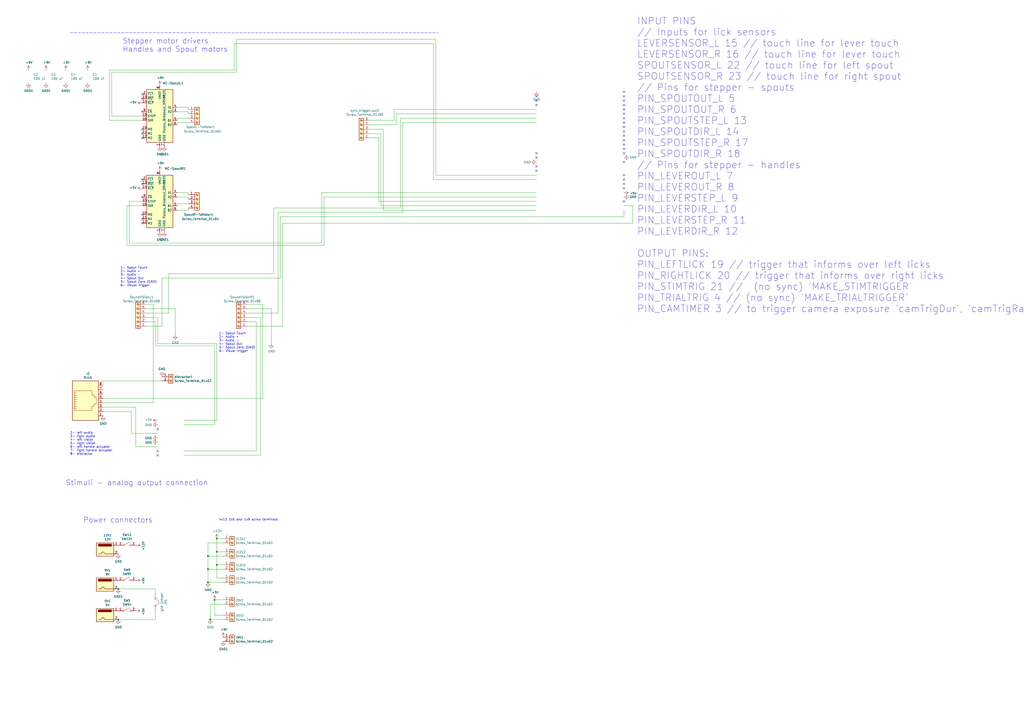
<source format=kicad_sch>
(kicad_sch (version 20231120) (generator "eeschema") (generator_version "8.0")
  (paper "A2")
  (lib_symbols
    (symbol "Connector:Barrel_Jack" (pin_names (offset 1.016))
      (property "Reference" "J" (at 0 5.334 0))
      (property "Value" "Barrel_Jack" (at 0 -5.08 0))
      (symbol "Barrel_Jack_0_1"
        (rectangle (start -5.08 3.81) (end 5.08 -3.81) (stroke (width 0.254)) (fill (type background)))
        (arc (start -3.302 3.175) (mid -3.9343 2.54) (end -3.302 1.905) (stroke (width 0.254)))
        (arc (start -3.302 3.175) (mid -3.9343 2.54) (end -3.302 1.905) (stroke (width 0.254)) (fill (type outline)))
        (polyline (pts (xy 5.08 2.54) (xy 3.81 2.54)) (stroke (width 0.254)))
        (polyline (pts (xy -3.81 -2.54) (xy -2.54 -2.54) (xy -1.27 -1.27) (xy 0 -2.54) (xy 2.54 -2.54) (xy 5.08 -2.54)) (stroke (width 0.254)))
        (rectangle (start 3.683 3.175) (end -3.302 1.905) (stroke (width 0.254)) (fill (type outline)))
      )
      (symbol "Barrel_Jack_1_1"
        (pin passive line (at 7.62 2.54 180) (length 2.54) (name "~") (number "1"))
        (pin passive line (at 7.62 -2.54 180) (length 2.54) (name "~") (number "2"))
      )
    )
    (symbol "Connector:RJ45" (pin_names (offset 1.016))
      (property "Reference" "J" (at -5.08 13.97 0))
      (property "Value" "RJ45" (at 2.54 13.97 0))
      (symbol "RJ45_0_1"
        (polyline (pts (xy -5.08 4.445) (xy -6.35 4.445)))
        (polyline (pts (xy -5.08 5.715) (xy -6.35 5.715)))
        (polyline (pts (xy -6.35 -3.175) (xy -5.08 -3.175) (xy -5.08 -3.175)))
        (polyline (pts (xy -6.35 -1.905) (xy -5.08 -1.905) (xy -5.08 -1.905)))
        (polyline (pts (xy -6.35 -0.635) (xy -5.08 -0.635) (xy -5.08 -0.635)))
        (polyline (pts (xy -6.35 0.635) (xy -5.08 0.635) (xy -5.08 0.635)))
        (polyline (pts (xy -6.35 1.905) (xy -5.08 1.905) (xy -5.08 1.905)))
        (polyline (pts (xy -5.08 3.175) (xy -6.35 3.175) (xy -6.35 3.175)))
        (polyline (pts (xy -6.35 -4.445) (xy -6.35 6.985) (xy 3.81 6.985) (xy 3.81 4.445) (xy 5.08 4.445) (xy 5.08 3.175) (xy 6.35 3.175) (xy 6.35 -0.635) (xy 5.08 -0.635) (xy 5.08 -1.905) (xy 3.81 -1.905) (xy 3.81 -4.445) (xy -6.35 -4.445) (xy -6.35 -4.445)))
        (rectangle (start 7.62 12.7) (end -7.62 -10.16) (stroke (width 0.254)) (fill (type background)))
      )
      (symbol "RJ45_1_1"
        (pin passive line (at 10.16 -7.62 180) (length 2.54) (name "~") (number "1"))
        (pin passive line (at 10.16 -5.08 180) (length 2.54) (name "~") (number "2"))
        (pin passive line (at 10.16 -2.54 180) (length 2.54) (name "~") (number "3"))
        (pin passive line (at 10.16 0 180) (length 2.54) (name "~") (number "4"))
        (pin passive line (at 10.16 2.54 180) (length 2.54) (name "~") (number "5"))
        (pin passive line (at 10.16 5.08 180) (length 2.54) (name "~") (number "6"))
        (pin passive line (at 10.16 7.62 180) (length 2.54) (name "~") (number "7"))
        (pin passive line (at 10.16 10.16 180) (length 2.54) (name "~") (number "8"))
      )
    )
    (symbol "Connector:Screw_Terminal_01x02" (pin_names (offset 1.016) hide)
      (property "Reference" "J" (at 0 2.54 0))
      (property "Value" "Screw_Terminal_01x02" (at 0 -5.08 0))
      (symbol "Screw_Terminal_01x02_1_1"
        (rectangle (start -1.27 1.27) (end 1.27 -3.81) (stroke (width 0.254)) (fill (type background)))
        (circle (center 0 -2.54) (radius 0.635) (stroke (width 0.1524)))
        (polyline (pts (xy -0.5334 -2.2098) (xy 0.3302 -3.048)) (stroke (width 0.1524)))
        (polyline (pts (xy -0.5334 0.3302) (xy 0.3302 -0.508)) (stroke (width 0.1524)))
        (polyline (pts (xy -0.3556 -2.032) (xy 0.508 -2.8702)) (stroke (width 0.1524)))
        (polyline (pts (xy -0.3556 0.508) (xy 0.508 -0.3302)) (stroke (width 0.1524)))
        (circle (center 0 0) (radius 0.635) (stroke (width 0.1524)))
        (pin passive line (at -5.08 0 0) (length 3.81) (name "Pin_1") (number "1"))
        (pin passive line (at -5.08 -2.54 0) (length 3.81) (name "Pin_2") (number "2"))
      )
    )
    (symbol "Connector:Screw_Terminal_01x04" (pin_names (offset 1.016) hide)
      (property "Reference" "J" (at 0 5.08 0))
      (property "Value" "Screw_Terminal_01x04" (at 0 -7.62 0))
      (symbol "Screw_Terminal_01x04_1_1"
        (rectangle (start -1.27 3.81) (end 1.27 -6.35) (stroke (width 0.254)) (fill (type background)))
        (circle (center 0 -5.08) (radius 0.635) (stroke (width 0.1524)))
        (circle (center 0 -2.54) (radius 0.635) (stroke (width 0.1524)))
        (polyline (pts (xy -0.5334 -4.7498) (xy 0.3302 -5.588)) (stroke (width 0.1524)))
        (polyline (pts (xy -0.5334 -2.2098) (xy 0.3302 -3.048)) (stroke (width 0.1524)))
        (polyline (pts (xy -0.5334 0.3302) (xy 0.3302 -0.508)) (stroke (width 0.1524)))
        (polyline (pts (xy -0.5334 2.8702) (xy 0.3302 2.032)) (stroke (width 0.1524)))
        (polyline (pts (xy -0.3556 -4.572) (xy 0.508 -5.4102)) (stroke (width 0.1524)))
        (polyline (pts (xy -0.3556 -2.032) (xy 0.508 -2.8702)) (stroke (width 0.1524)))
        (polyline (pts (xy -0.3556 0.508) (xy 0.508 -0.3302)) (stroke (width 0.1524)))
        (polyline (pts (xy -0.3556 3.048) (xy 0.508 2.2098)) (stroke (width 0.1524)))
        (circle (center 0 0) (radius 0.635) (stroke (width 0.1524)))
        (circle (center 0 2.54) (radius 0.635) (stroke (width 0.1524)))
        (pin passive line (at -5.08 2.54 0) (length 3.81) (name "Pin_1") (number "1"))
        (pin passive line (at -5.08 0 0) (length 3.81) (name "Pin_2") (number "2"))
        (pin passive line (at -5.08 -2.54 0) (length 3.81) (name "Pin_3") (number "3"))
        (pin passive line (at -5.08 -5.08 0) (length 3.81) (name "Pin_4") (number "4"))
      )
    )
    (symbol "Connector:Screw_Terminal_01x05" (pin_names (offset 1.016) hide)
      (property "Reference" "J" (at 0 7.62 0))
      (property "Value" "Screw_Terminal_01x05" (at 0 -7.62 0))
      (symbol "Screw_Terminal_01x05_1_1"
        (rectangle (start -1.27 6.35) (end 1.27 -6.35) (stroke (width 0.254)) (fill (type background)))
        (circle (center 0 -5.08) (radius 0.635) (stroke (width 0.1524)))
        (circle (center 0 -2.54) (radius 0.635) (stroke (width 0.1524)))
        (polyline (pts (xy -0.5334 -4.7498) (xy 0.3302 -5.588)) (stroke (width 0.1524)))
        (polyline (pts (xy -0.5334 -2.2098) (xy 0.3302 -3.048)) (stroke (width 0.1524)))
        (polyline (pts (xy -0.5334 0.3302) (xy 0.3302 -0.508)) (stroke (width 0.1524)))
        (polyline (pts (xy -0.5334 2.8702) (xy 0.3302 2.032)) (stroke (width 0.1524)))
        (polyline (pts (xy -0.5334 5.4102) (xy 0.3302 4.572)) (stroke (width 0.1524)))
        (polyline (pts (xy -0.3556 -4.572) (xy 0.508 -5.4102)) (stroke (width 0.1524)))
        (polyline (pts (xy -0.3556 -2.032) (xy 0.508 -2.8702)) (stroke (width 0.1524)))
        (polyline (pts (xy -0.3556 0.508) (xy 0.508 -0.3302)) (stroke (width 0.1524)))
        (polyline (pts (xy -0.3556 3.048) (xy 0.508 2.2098)) (stroke (width 0.1524)))
        (polyline (pts (xy -0.3556 5.588) (xy 0.508 4.7498)) (stroke (width 0.1524)))
        (circle (center 0 0) (radius 0.635) (stroke (width 0.1524)))
        (circle (center 0 2.54) (radius 0.635) (stroke (width 0.1524)))
        (circle (center 0 5.08) (radius 0.635) (stroke (width 0.1524)))
        (pin passive line (at -5.08 5.08 0) (length 3.81) (name "Pin_1") (number "1"))
        (pin passive line (at -5.08 2.54 0) (length 3.81) (name "Pin_2") (number "2"))
        (pin passive line (at -5.08 0 0) (length 3.81) (name "Pin_3") (number "3"))
        (pin passive line (at -5.08 -2.54 0) (length 3.81) (name "Pin_4") (number "4"))
        (pin passive line (at -5.08 -5.08 0) (length 3.81) (name "Pin_5") (number "5"))
      )
    )
    (symbol "Connector:Screw_Terminal_01x06" (pin_names (offset 1.016) hide)
      (property "Reference" "J" (at 0 7.62 0))
      (property "Value" "Screw_Terminal_01x06" (at 0 -10.16 0))
      (symbol "Screw_Terminal_01x06_1_1"
        (rectangle (start -1.27 6.35) (end 1.27 -8.89) (stroke (width 0.254)) (fill (type background)))
        (circle (center 0 -7.62) (radius 0.635) (stroke (width 0.1524)))
        (circle (center 0 -5.08) (radius 0.635) (stroke (width 0.1524)))
        (circle (center 0 -2.54) (radius 0.635) (stroke (width 0.1524)))
        (polyline (pts (xy -0.5334 -7.2898) (xy 0.3302 -8.128)) (stroke (width 0.1524)))
        (polyline (pts (xy -0.5334 -4.7498) (xy 0.3302 -5.588)) (stroke (width 0.1524)))
        (polyline (pts (xy -0.5334 -2.2098) (xy 0.3302 -3.048)) (stroke (width 0.1524)))
        (polyline (pts (xy -0.5334 0.3302) (xy 0.3302 -0.508)) (stroke (width 0.1524)))
        (polyline (pts (xy -0.5334 2.8702) (xy 0.3302 2.032)) (stroke (width 0.1524)))
        (polyline (pts (xy -0.5334 5.4102) (xy 0.3302 4.572)) (stroke (width 0.1524)))
        (polyline (pts (xy -0.3556 -7.112) (xy 0.508 -7.9502)) (stroke (width 0.1524)))
        (polyline (pts (xy -0.3556 -4.572) (xy 0.508 -5.4102)) (stroke (width 0.1524)))
        (polyline (pts (xy -0.3556 -2.032) (xy 0.508 -2.8702)) (stroke (width 0.1524)))
        (polyline (pts (xy -0.3556 0.508) (xy 0.508 -0.3302)) (stroke (width 0.1524)))
        (polyline (pts (xy -0.3556 3.048) (xy 0.508 2.2098)) (stroke (width 0.1524)))
        (polyline (pts (xy -0.3556 5.588) (xy 0.508 4.7498)) (stroke (width 0.1524)))
        (circle (center 0 0) (radius 0.635) (stroke (width 0.1524)))
        (circle (center 0 2.54) (radius 0.635) (stroke (width 0.1524)))
        (circle (center 0 5.08) (radius 0.635) (stroke (width 0.1524)))
        (pin passive line (at -5.08 5.08 0) (length 3.81) (name "Pin_1") (number "1"))
        (pin passive line (at -5.08 2.54 0) (length 3.81) (name "Pin_2") (number "2"))
        (pin passive line (at -5.08 0 0) (length 3.81) (name "Pin_3") (number "3"))
        (pin passive line (at -5.08 -2.54 0) (length 3.81) (name "Pin_4") (number "4"))
        (pin passive line (at -5.08 -5.08 0) (length 3.81) (name "Pin_5") (number "5"))
        (pin passive line (at -5.08 -7.62 0) (length 3.81) (name "Pin_6") (number "6"))
      )
    )
    (symbol "Driver_Motor:Pololu_Breakout_DRV8825"
      (property "Reference" "A" (at -2.54 16.51 0))
      (property "Value" "Pololu_Breakout_DRV8825" (at -2.54 13.97 0))
      (symbol "Pololu_Breakout_DRV8825_0_1"
        (rectangle (start 7.62 -17.78) (end -7.62 12.7) (stroke (width 0.254)) (fill (type background)))
      )
      (symbol "Pololu_Breakout_DRV8825_1_1"
        (pin power_in line (at 0 -20.32 90) (length 2.54) (name "GND") (number "1"))
        (pin input line (at -10.16 -10.16 0) (length 2.54) (name "M0") (number "10"))
        (pin input line (at -10.16 -12.7 0) (length 2.54) (name "M1") (number "11"))
        (pin input line (at -10.16 -15.24 0) (length 2.54) (name "M2") (number "12"))
        (pin input line (at -10.16 7.62 0) (length 2.54) (name "~{RST}") (number "13"))
        (pin input line (at -10.16 5.08 0) (length 2.54) (name "~{SLP}") (number "14"))
        (pin input line (at -10.16 -2.54 0) (length 2.54) (name "STEP") (number "15"))
        (pin input line (at -10.16 -5.08 0) (length 2.54) (name "DIR") (number "16"))
        (pin output line (at -10.16 10.16 0) (length 2.54) (name "~{FLT}") (number "2"))
        (pin output line (at 10.16 0 180) (length 2.54) (name "A2") (number "3"))
        (pin output line (at 10.16 2.54 180) (length 2.54) (name "A1") (number "4"))
        (pin output line (at 10.16 -5.08 180) (length 2.54) (name "B1") (number "5"))
        (pin output line (at 10.16 -7.62 180) (length 2.54) (name "B2") (number "6"))
        (pin power_in line (at 2.54 -20.32 90) (length 2.54) (name "GND") (number "7"))
        (pin power_in line (at 0 15.24 270) (length 2.54) (name "VMOT") (number "8"))
        (pin input line (at -10.16 0 0) (length 2.54) (name "~{EN}") (number "9"))
      )
    )
    (symbol "Jumper:Jumper_2_Open" (pin_numbers hide) (pin_names (offset 0) hide) (exclude_from_sim yes)
      (property "Reference" "JP" (at 0 2.794 0))
      (property "Value" "Jumper_2_Open" (at 0 -2.286 0))
      (symbol "Jumper_2_Open_0_0"
        (circle (center -2.032 0) (radius 0.508))
        (circle (center 2.032 0) (radius 0.508))
      )
      (symbol "Jumper_2_Open_0_1"
        (arc (start 1.524 1.27) (mid 0 1.778) (end -1.524 1.27))
      )
      (symbol "Jumper_2_Open_1_1"
        (pin passive line (at -5.08 0 0) (length 2.54) (name "A") (number "1"))
        (pin passive line (at 5.08 0 180) (length 2.54) (name "B") (number "2"))
      )
    )
    (symbol "Switch:SW_SPST" (pin_names (offset 0) hide)
      (property "Reference" "SW" (at 0 3.175 0))
      (property "Value" "SW_SPST" (at 0 -2.54 0))
      (symbol "SW_SPST_0_0"
        (circle (center -2.032 0) (radius 0.508))
        (polyline (pts (xy -1.524 0.254) (xy 1.524 1.778)))
        (circle (center 2.032 0) (radius 0.508))
      )
      (symbol "SW_SPST_1_1"
        (pin passive line (at -5.08 0 0) (length 2.54) (name "A") (number "1"))
        (pin passive line (at 5.08 0 180) (length 2.54) (name "B") (number "2"))
      )
    )
    (symbol "power:+12V" (power) (pin_numbers hide) (pin_names (offset 0) hide)
      (property "Value" "+12V" (at 0 3.556 0))
      (symbol "+12V_0_1"
        (polyline (pts (xy -0.762 1.27) (xy 0 2.54)))
        (polyline (pts (xy 0 0) (xy 0 2.54)))
        (polyline (pts (xy 0 2.54) (xy 0.762 1.27)))
      )
      (symbol "+12V_1_1"
        (pin power_in line (at 0 0 90) (length 0) (name "~") (number "1"))
      )
    )
    (symbol "power:+5V" (power) (pin_numbers hide) (pin_names (offset 0) hide)
      (property "Value" "+5V" (at 0 3.556 0))
      (symbol "+5V_0_1"
        (polyline (pts (xy -0.762 1.27) (xy 0 2.54)))
        (polyline (pts (xy 0 0) (xy 0 2.54)))
        (polyline (pts (xy 0 2.54) (xy 0.762 1.27)))
      )
      (symbol "+5V_1_1"
        (pin power_in line (at 0 0 90) (length 0) (name "~") (number "1"))
      )
    )
    (symbol "power:+9V" (power) (pin_numbers hide) (pin_names (offset 0) hide)
      (property "Value" "+9V" (at 0 3.556 0))
      (symbol "+9V_0_1"
        (polyline (pts (xy -0.762 1.27) (xy 0 2.54)))
        (polyline (pts (xy 0 0) (xy 0 2.54)))
        (polyline (pts (xy 0 2.54) (xy 0.762 1.27)))
      )
      (symbol "+9V_1_1"
        (pin power_in line (at 0 0 90) (length 0) (name "~") (number "1"))
      )
    )
    (symbol "power:GND" (power) (pin_numbers hide) (pin_names (offset 0) hide)
      (property "Value" "GND" (at 0 -3.81 0))
      (symbol "GND_0_1"
        (polyline (pts (xy 0 0) (xy 0 -1.27) (xy 1.27 -1.27) (xy 0 -2.54) (xy -1.27 -1.27) (xy 0 -1.27)))
      )
      (symbol "GND_1_1"
        (pin power_in line (at 0 0 270) (length 0) (name "~") (number "1"))
      )
    )
    (symbol "power:GND1" (power) (pin_numbers hide) (pin_names (offset 0) hide)
      (property "Value" "GND1" (at 0 -3.81 0))
      (symbol "GND1_0_1"
        (polyline (pts (xy 0 0) (xy 0 -1.27) (xy 1.27 -1.27) (xy 0 -2.54) (xy -1.27 -1.27) (xy 0 -1.27)))
      )
      (symbol "GND1_1_1"
        (pin power_in line (at 0 0 270) (length 0) (name "~") (number "1"))
      )
    )
  )
  (junction (at 125.73 312.42))
  (junction (at 120.65 330.2))
  (junction (at 125.73 327.66))
  (junction (at 68.58 341.63))
  (junction (at 120.65 337.82))
  (junction (at 124.46 347.98))
  (junction (at 121.92 359.41))
  (junction (at 125.73 320.04))
  (junction (at 68.58 359.41))
  (junction (at 120.65 322.58))
  (no_connect (at 82.55 74.93))
  (no_connect (at 311.15 58.42))
  (no_connect (at 311.15 88.9))
  (no_connect (at 361.95 76.2))
  (no_connect (at 361.95 68.58))
  (no_connect (at 82.55 104.14))
  (no_connect (at 361.95 109.22))
  (no_connect (at 82.55 80.01))
  (no_connect (at 311.15 91.44))
  (no_connect (at 82.55 129.54))
  (no_connect (at 82.55 106.68))
  (no_connect (at 361.95 66.04))
  (no_connect (at 361.95 73.66))
  (no_connect (at 361.95 55.88))
  (no_connect (at 361.95 83.82))
  (no_connect (at 311.15 99.06))
  (no_connect (at 361.95 81.28))
  (no_connect (at 91.44 261.62))
  (no_connect (at 361.95 78.74))
  (no_connect (at 361.95 58.42))
  (no_connect (at 82.55 54.61))
  (no_connect (at 311.15 55.88))
  (no_connect (at 361.95 86.36))
  (no_connect (at 361.95 71.12))
  (no_connect (at 82.55 57.15))
  (no_connect (at 361.95 106.68))
  (no_connect (at 311.15 60.96))
  (no_connect (at 361.95 60.96))
  (no_connect (at 91.44 264.16))
  (no_connect (at 311.15 96.52))
  (no_connect (at 361.95 63.5))
  (no_connect (at 361.95 104.14))
  (no_connect (at 82.55 64.77))
  (no_connect (at 82.55 114.3))
  (no_connect (at 361.95 116.84))
  (no_connect (at 361.95 101.6))
  (no_connect (at 361.95 53.34))
  (no_connect (at 361.95 88.9))
  (no_connect (at 82.55 124.46))
  (no_connect (at 91.44 248.92))
  (no_connect (at 82.55 127))
  (no_connect (at 361.95 93.98))
  (no_connect (at 82.55 77.47))
  (wire (pts (xy 232.41 68.58) (xy 311.15 68.58)))
  (wire (pts (xy 109.22 64.77) (xy 109.22 66.04)))
  (wire (pts (xy 102.87 114.3) (xy 109.22 114.3)))
  (wire (pts (xy 152.4 231.14) (xy 152.4 176.53)))
  (wire (pts (xy 124.46 200.66) (xy 90.17 200.66)))
  (polyline (pts (xy 40.64 19.05) (xy 254 19.05)) (stroke (width 0) (type dash)))
  (wire (pts (xy 252.73 101.6) (xy 252.73 22.86)))
  (wire (pts (xy 73.66 119.38) (xy 73.66 142.24)))
  (wire (pts (xy 129.54 347.98) (xy 124.46 347.98)))
  (wire (pts (xy 76.2 251.46) (xy 91.44 251.46)))
  (wire (pts (xy 102.87 62.23) (xy 109.22 62.23)))
  (wire (pts (xy 102.87 111.76) (xy 109.22 111.76)))
  (wire (pts (xy 311.15 116.84) (xy 219.71 116.84)))
  (wire (pts (xy 109.22 71.12) (xy 102.87 71.12)))
  (wire (pts (xy 68.58 341.63) (xy 90.17 341.63)))
  (wire (pts (xy 311.15 101.6) (xy 252.73 101.6)))
  (wire (pts (xy 152.4 176.53) (xy 143.51 176.53)))
  (wire (pts (xy 161.29 181.61) (xy 161.29 123.19)))
  (wire (pts (xy 88.9 176.53) (xy 85.09 176.53)))
  (wire (pts (xy 106.68 264.16) (xy 151.13 264.16)))
  (wire (pts (xy 121.92 359.41) (xy 129.54 359.41)))
  (wire (pts (xy 220.98 77.47) (xy 214.63 77.47)))
  (wire (pts (xy 228.6 69.85) (xy 214.63 69.85)))
  (wire (pts (xy 125.73 320.04) (xy 129.54 320.04)))
  (wire (pts (xy 163.83 189.23) (xy 163.83 129.54)))
  (wire (pts (xy 106.68 246.38) (xy 124.46 246.38)))
  (wire (pts (xy 367.03 129.54) (xy 367.03 119.38)))
  (wire (pts (xy 219.71 116.84) (xy 219.71 80.01)))
  (wire (pts (xy 59.69 236.22) (xy 78.74 236.22)))
  (wire (pts (xy 129.54 350.52) (xy 121.92 350.52)))
  (wire (pts (xy 162.56 161.29) (xy 93.98 161.29)))
  (wire (pts (xy 109.22 121.92) (xy 102.87 121.92)))
  (wire (pts (xy 59.69 231.14) (xy 152.4 231.14)))
  (wire (pts (xy 59.69 220.98) (xy 59.69 223.52)))
  (wire (pts (xy 219.71 80.01) (xy 214.63 80.01)))
  (wire (pts (xy 143.51 181.61) (xy 161.29 181.61)))
  (wire (pts (xy 229.87 66.04) (xy 229.87 72.39)))
  (wire (pts (xy 106.68 261.62) (xy 148.59 261.62)))
  (wire (pts (xy 97.79 181.61) (xy 97.79 158.75)))
  (wire (pts (xy 367.03 119.38) (xy 361.95 119.38)))
  (wire (pts (xy 251.46 25.4) (xy 135.89 25.4)))
  (wire (pts (xy 161.29 123.19) (xy 233.68 123.19)))
  (wire (pts (xy 102.87 71.12) (xy 102.87 72.39)))
  (wire (pts (xy 85.09 181.61) (xy 97.79 181.61)))
  (wire (pts (xy 90.17 200.66) (xy 90.17 186.69)))
  (wire (pts (xy 162.56 125.73) (xy 162.56 161.29)))
  (wire (pts (xy 125.73 312.42) (xy 125.73 320.04)))
  (wire (pts (xy 137.16 22.86) (xy 137.16 41.91)))
  (wire (pts (xy 102.87 68.58) (xy 109.22 68.58)))
  (wire (pts (xy 135.89 25.4) (xy 135.89 40.64)))
  (wire (pts (xy 187.96 142.24) (xy 187.96 114.3)))
  (wire (pts (xy 59.69 233.68) (xy 88.9 233.68)))
  (wire (pts (xy 125.73 243.84) (xy 125.73 199.39)))
  (wire (pts (xy 78.74 236.22) (xy 78.74 259.08)))
  (wire (pts (xy 233.68 123.19) (xy 233.68 71.12)))
  (wire (pts (xy 101.6 179.07) (xy 101.6 194.31)))
  (wire (pts (xy 82.55 119.38) (xy 73.66 119.38)))
  (wire (pts (xy 220.98 119.38) (xy 220.98 77.47)))
  (wire (pts (xy 129.54 312.42) (xy 125.73 312.42)))
  (wire (pts (xy 361.95 121.92) (xy 361.95 125.73)))
  (wire (pts (xy 143.51 179.07) (xy 157.48 179.07)))
  (wire (pts (xy 222.25 121.92) (xy 222.25 74.93)))
  (wire (pts (xy 125.73 199.39) (xy 91.44 199.39)))
  (wire (pts (xy 109.22 120.65) (xy 109.22 121.92)))
  (wire (pts (xy 186.69 140.97) (xy 74.93 140.97)))
  (wire (pts (xy 106.68 243.84) (xy 125.73 243.84)))
  (wire (pts (xy 120.65 314.96) (xy 129.54 314.96)))
  (wire (pts (xy 85.09 179.07) (xy 101.6 179.07)))
  (wire (pts (xy 151.13 184.15) (xy 143.51 184.15)))
  (wire (pts (xy 102.87 118.11) (xy 102.87 119.38)))
  (wire (pts (xy 222.25 74.93) (xy 214.63 74.93)))
  (wire (pts (xy 76.2 238.76) (xy 76.2 251.46)))
  (wire (pts (xy 124.46 246.38) (xy 124.46 200.66)))
  (wire (pts (xy 311.15 111.76) (xy 186.69 111.76)))
  (wire (pts (xy 228.6 63.5) (xy 228.6 69.85)))
  (wire (pts (xy 120.65 330.2) (xy 129.54 330.2)))
  (wire (pts (xy 137.16 41.91) (xy 64.77 41.91)))
  (wire (pts (xy 311.15 63.5) (xy 228.6 63.5)))
  (wire (pts (xy 93.98 161.29) (xy 93.98 189.23)))
  (wire (pts (xy 74.93 116.84) (xy 82.55 116.84)))
  (wire (pts (xy 93.98 189.23) (xy 85.09 189.23)))
  (wire (pts (xy 124.46 347.98) (xy 124.46 356.87)))
  (wire (pts (xy 148.59 186.69) (xy 143.51 186.69)))
  (wire (pts (xy 361.95 125.73) (xy 162.56 125.73)))
  (wire (pts (xy 120.65 314.96) (xy 120.65 322.58)))
  (wire (pts (xy 143.51 189.23) (xy 163.83 189.23)))
  (wire (pts (xy 90.17 359.41) (xy 90.17 354.33)))
  (wire (pts (xy 158.75 158.75) (xy 158.75 120.65)))
  (wire (pts (xy 93.98 220.98) (xy 59.69 220.98)))
  (wire (pts (xy 186.69 111.76) (xy 186.69 140.97)))
  (wire (pts (xy 64.77 41.91) (xy 64.77 67.31)))
  (wire (pts (xy 73.66 142.24) (xy 187.96 142.24)))
  (wire (pts (xy 233.68 71.12) (xy 311.15 71.12)))
  (wire (pts (xy 109.22 118.11) (xy 102.87 118.11)))
  (wire (pts (xy 109.22 62.23) (xy 109.22 63.5)))
  (wire (pts (xy 135.89 40.64) (xy 63.5 40.64)))
  (wire (pts (xy 187.96 114.3) (xy 311.15 114.3)))
  (wire (pts (xy 252.73 22.86) (xy 137.16 22.86)))
  (wire (pts (xy 311.15 121.92) (xy 222.25 121.92)))
  (wire (pts (xy 125.73 320.04) (xy 125.73 327.66)))
  (wire (pts (xy 158.75 120.65) (xy 232.41 120.65)))
  (wire (pts (xy 157.48 179.07) (xy 157.48 199.39)))
  (wire (pts (xy 232.41 120.65) (xy 232.41 68.58)))
  (wire (pts (xy 151.13 264.16) (xy 151.13 184.15)))
  (wire (pts (xy 90.17 186.69) (xy 85.09 186.69)))
  (wire (pts (xy 311.15 104.14) (xy 251.46 104.14)))
  (wire (pts (xy 109.22 111.76) (xy 109.22 113.03)))
  (wire (pts (xy 120.65 337.82) (xy 129.54 337.82)))
  (wire (pts (xy 125.73 335.28) (xy 129.54 335.28)))
  (wire (pts (xy 120.65 330.2) (xy 120.65 337.82)))
  (wire (pts (xy 121.92 350.52) (xy 121.92 359.41)))
  (wire (pts (xy 91.44 184.15) (xy 85.09 184.15)))
  (wire (pts (xy 63.5 40.64) (xy 63.5 69.85)))
  (wire (pts (xy 64.77 67.31) (xy 82.55 67.31)))
  (wire (pts (xy 63.5 69.85) (xy 82.55 69.85)))
  (wire (pts (xy 97.79 158.75) (xy 158.75 158.75)))
  (wire (pts (xy 229.87 72.39) (xy 214.63 72.39)))
  (wire (pts (xy 120.65 322.58) (xy 120.65 330.2)))
  (wire (pts (xy 109.22 114.3) (xy 109.22 115.57)))
  (wire (pts (xy 148.59 261.62) (xy 148.59 186.69)))
  (wire (pts (xy 102.87 64.77) (xy 109.22 64.77)))
  (wire (pts (xy 59.69 238.76) (xy 76.2 238.76)))
  (wire (pts (xy 68.58 359.41) (xy 90.17 359.41)))
  (wire (pts (xy 125.73 327.66) (xy 129.54 327.66)))
  (wire (pts (xy 311.15 119.38) (xy 220.98 119.38)))
  (wire (pts (xy 163.83 129.54) (xy 367.03 129.54)))
  (wire (pts (xy 229.87 66.04) (xy 311.15 66.04)))
  (wire (pts (xy 90.17 341.63) (xy 90.17 344.17)))
  (wire (pts (xy 251.46 104.14) (xy 251.46 25.4)))
  (wire (pts (xy 74.93 140.97) (xy 74.93 116.84)))
  (wire (pts (xy 78.74 259.08) (xy 91.44 259.08)))
  (wire (pts (xy 91.44 199.39) (xy 91.44 184.15)))
  (wire (pts (xy 88.9 233.68) (xy 88.9 176.53)))
  (wire (pts (xy 124.46 356.87) (xy 129.54 356.87)))
  (wire (pts (xy 120.65 322.58) (xy 129.54 322.58)))
  (wire (pts (xy 125.73 327.66) (xy 125.73 335.28)))
  (wire (pts (xy 102.87 69.85) (xy 102.87 68.58)))
  (text "1- Spout Touch\n2- Audio +\n3- Audio - \n4- Spout Out\n5- Spout Zero (GND)\n6- Visual trigger" (at 127 204.47 0) (effects (font (size 1.27 1.27)) (justify left bottom)))
  (text "1- Spout Touch\n2- Audio +\n3- Audio - \n4- Spout Out\n5- Spout Zero (GND)\n6- Visual trigger" (at 69.85 166.37 0) (effects (font (size 1.27 1.27)) (justify left bottom)))
  (text "2- left audio\n3- right audio\n4- left vision\n5- right vision\n6- left handle actuator\n7- right handle actuator\n8- distractor" (at 40.64 264.16 0) (effects (font (size 1.27 1.27)) (justify left bottom)))
  (text "Power connectors\n" (at 48.26 303.53 0) (effects (font (size 2.9972 2.9972)) (justify left bottom)))
  (text "4x12 2x5 and 1x9 screw terminals" (at 127 302.26 0) (effects (font (size 1.27 1.27)) (justify left bottom)))
  (text "Stepper motor drivers\nHandles and Spout motors\n" (at 71.12 30.48 0) (effects (font (size 2.9972 2.9972)) (justify left bottom)))
  (text "Stimuli - analog output connection" (at 38.1 281.94 0) (effects (font (size 2.9972 2.9972)) (justify left bottom)))
  (text "INPUT PINS\n// Inputs for lick sensors\nLEVERSENSOR_L 15 // touch line for lever touch\nLEVERSENSOR_R 16 // touch line for lever touch\nSPOUTSENSOR_L 22 // touch line for left spout\nSPOUTSENSOR_R 23 // touch line for right spout\n// Pins for stepper - spouts\nPIN_SPOUTOUT_L 5\nPIN_SPOUTOUT_R 6\nPIN_SPOUTSTEP_L 13\nPIN_SPOUTDIR_L 14\nPIN_SPOUTSTEP_R 17\nPIN_SPOUTDIR_R 18\n// Pins for stepper - handles\nPIN_LEVEROUT_L 7\nPIN_LEVEROUT_R 8\nPIN_LEVERSTEP_L 9\nPIN_LEVERDIR_L 10\nPIN_LEVERSTEP_R 11\nPIN_LEVERDIR_R 12 \n\nOUTPUT PINS:\nPIN_LEFTLICK 19 // trigger that informs over left licks\nPIN_RIGHTLICK 20 // trigger that informs over right licks\nPIN_STIMTRIG 21 //  (no sync) 'MAKE_STIMTRIGGER' \nPIN_TRIALTRIG 4 // (no sync) 'MAKE_TRIALTRIGGER'\nPIN_CAMTIMER 3 // to trigger camera exposure 'camTrigDur', 'camTrigRate'.\n" (at 369.57 181.61 0) (effects (font (size 3.9878 3.9878)) (justify left bottom)))
  (symbol (lib_id "Driver_Motor:Pololu_Breakout_DRV8825") (at 92.71 64.77 0) (unit 1)
    (property "Reference" "MC-SpoutL1" (at 100.33 48.26 0))
    (property "Value" "Pololu_Breakout_DRV8825" (at 95.25 64.77 90))
    (property "Footprint" "Module:Pololu_Breakout-16_15.2x20.3mm" (effects (hide yes)))
    (property "Datasheet" "https://www.pololu.com/product/2982" (effects (hide yes)))
  )
  (symbol (lib_id "Device:CP1") (at 50.8 44.45 0) (unit 1)
    (property "Reference" "C1" (at 53.721 43.2816 0) (effects (justify left)))
    (property "Value" "100 uF" (at 53.721 45.593 0) (effects (justify left)))
    (property "Footprint" "Capacitor_THT:C_Rect_L7.2mm_W7.2mm_P5.00mm_FKS2_FKP2_MKS2_MKP2" (effects (hide yes)))
  )
  (symbol (lib_id "Driver_Motor:Pololu_Breakout_DRV8825") (at 92.71 114.3 0) (unit 1)
    (property "Reference" "MC-SpoutR1" (at 101.6 97.79 0))
    (property "Value" "Pololu_Breakout_DRV8825" (at 95.25 114.3 90))
    (property "Footprint" "Module:Pololu_Breakout-16_15.2x20.3mm" (effects (hide yes)))
    (property "Datasheet" "https://www.pololu.com/product/2982" (effects (hide yes)))
  )
  (symbol (lib_id "teensy:Teensy3.2") (at 336.55 87.63 0) (unit 1)
    (property "Reference" "U1" (at 336.55 46.0502 0) (effects (font (size 1.524 1.524))))
    (property "Value" "Teensy3.2" (at 336.55 48.7426 0) (effects (font (size 1.524 1.524))))
    (property "Footprint" "teensy:Teensy30_31_32_LC" (effects (hide yes)))
  )
  (symbol (lib_id "Connector:Screw_Terminal_01x04") (at 114.3 66.04 0) (unit 1)
    (property "Reference" "SpoutL-ToMotor1" (at 107.95 73.66 0) (effects (justify left)))
    (property "Value" "Screw_Terminal_01x04" (at 106.68 76.2 0) (effects (justify left)))
    (property "Footprint" "teensy:TerminalBlock_TE_282825-4_1x04_P5.08mm_Horizontal" (effects (hide yes)))
  )
  (symbol (lib_id "Connector:Screw_Terminal_01x04") (at 114.3 115.57 0) (unit 1)
    (property "Reference" "SpoutR-ToMotor1" (at 106.68 124.46 0) (effects (justify left)))
    (property "Value" "Screw_Terminal_01x04" (at 105.41 127 0) (effects (justify left)))
    (property "Footprint" "teensy:TerminalBlock_TE_282825-4_1x04_P5.08mm_Horizontal" (effects (hide yes)))
  )
  (symbol (lib_id "Connector:Barrel_Jack") (at 60.96 339.09 0) (unit 1)
    (property "Reference" "9V1" (at 62.4078 330.835 0))
    (property "Value" "9V" (at 62.4078 333.1464 0))
    (property "Footprint" "Connector_BarrelJack:BarrelJack_Horizontal" (effects (hide yes)))
  )
  (symbol (lib_id "Connector:Barrel_Jack") (at 60.96 356.87 0) (unit 1)
    (property "Reference" "5V1" (at 62.4078 348.615 0))
    (property "Value" "5V" (at 62.4078 350.9264 0))
    (property "Footprint" "Connector_BarrelJack:BarrelJack_Horizontal" (effects (hide yes)))
  )
  (symbol (lib_id "Connector:Screw_Terminal_01x06") (at 138.43 184.15 180) (unit 1)
    (property "Reference" "SoundVisionR1" (at 140.5128 172.339 0))
    (property "Value" "Screw_Terminal_01x06" (at 140.5128 174.6504 0))
    (property "Footprint" "teensy:TerminalBlock_TE_282825-6_1x06_P5.08mm_Horizontal" (effects (hide yes)))
  )
  (symbol (lib_id "Connector:Screw_Terminal_01x02") (at 134.62 320.04 0) (unit 1)
    (property "Reference" "J12V2" (at 136.652 320.2432 0) (effects (justify left)))
    (property "Value" "Screw_Terminal_01x02" (at 136.652 322.5546 0) (effects (justify left)))
    (property "Footprint" "teensy:TerminalBlock_TE_282825-2_1x02_P5.08mm_Horizontal" (effects (hide yes)))
  )
  (symbol (lib_id "Connector:Screw_Terminal_01x06") (at 80.01 184.15 180) (unit 1)
    (property "Reference" "SoundVisionL1" (at 82.0928 172.339 0))
    (property "Value" "Screw_Terminal_01x06" (at 82.0928 174.6504 0))
    (property "Footprint" "teensy:TerminalBlock_TE_282825-6_1x06_P5.08mm_Horizontal" (effects (hide yes)))
  )
  (symbol (lib_id "Connector:Screw_Terminal_01x05") (at 209.55 74.93 180) (unit 1)
    (property "Reference" "sync_trigger_out1" (at 211.6328 64.135 0))
    (property "Value" "Screw_Terminal_01x05" (at 211.6328 66.4464 0))
    (property "Footprint" "teensy:TerminalBlock_TE_282825-5_1x05_P5.08mm_Horizontal" (effects (hide yes)))
  )
  (symbol (lib_id "power:GND") (at 157.48 199.39 0) (unit 1)
    (property "Reference" "#PWR0132" (effects (hide yes)))
    (property "Value" "GND" (at 157.607 203.7842 0))
  )
  (symbol (lib_id "power:GND") (at 101.6 194.31 0) (unit 1)
    (property "Reference" "#PWR0133" (effects (hide yes)))
    (property "Value" "GND" (at 101.727 198.7042 0))
  )
  (symbol (lib_id "spatialsparrow:MAX98306") (at 97.79 247.65 270) (unit 1)
    (property "Reference" "U2" (at 99.06 238.125 90))
    (property "Value" "MAX98306" (at 99.06 240.4364 90))
    (property "Footprint" "spatialsparrow:MAX98306" (effects (hide yes)))
  )
  (symbol (lib_id "Jumper:Jumper_2_Open") (at 90.17 349.25 270) (unit 1)
    (property "Reference" "JP1" (at 96.139 349.25 0))
    (property "Value" "gnd jumper" (at 93.8276 349.25 0))
    (property "Footprint" "TestPoint:TestPoint_2Pads_Pitch5.08mm_Drill1.3mm" (effects (hide yes)))
  )
  (symbol (lib_id "Connector:Barrel_Jack") (at 60.96 318.77 0) (unit 1)
    (property "Reference" "12V1" (at 62.4078 310.515 0))
    (property "Value" "12V" (at 62.4078 312.8264 0))
    (property "Footprint" "Connector_BarrelJack:BarrelJack_Horizontal" (effects (hide yes)))
  )
  (symbol (lib_id "Connector:Screw_Terminal_01x02") (at 134.62 327.66 0) (unit 1)
    (property "Reference" "J12V3" (at 136.652 327.8632 0) (effects (justify left)))
    (property "Value" "Screw_Terminal_01x02" (at 136.652 330.1746 0) (effects (justify left)))
    (property "Footprint" "teensy:TerminalBlock_TE_282825-2_1x02_P5.08mm_Horizontal" (effects (hide yes)))
  )
  (symbol (lib_id "Switch:SW_SPST") (at 73.66 316.23 0) (unit 1)
    (property "Reference" "SW12" (at 73.66 310.261 0))
    (property "Value" "SW12V" (at 73.66 312.5724 0))
    (property "Footprint" "teensy:SW_L102021ML04Q" (effects (hide yes)))
  )
  (symbol (lib_id "Connector:Screw_Terminal_01x02") (at 134.62 335.28 0) (unit 1)
    (property "Reference" "J12V4" (at 136.652 335.4832 0) (effects (justify left)))
    (property "Value" "Screw_Terminal_01x02" (at 136.652 337.7946 0) (effects (justify left)))
    (property "Footprint" "teensy:TerminalBlock_TE_282825-2_1x02_P5.08mm_Horizontal" (effects (hide yes)))
  )
  (symbol (lib_id "Connector:Screw_Terminal_01x02") (at 134.62 347.98 0) (unit 1)
    (property "Reference" "J5V1" (at 136.652 348.1832 0) (effects (justify left)))
    (property "Value" "Screw_Terminal_01x02" (at 136.652 350.4946 0) (effects (justify left)))
    (property "Footprint" "teensy:TerminalBlock_TE_282825-2_1x02_P5.08mm_Horizontal" (effects (hide yes)))
  )
  (symbol (lib_id "Connector:RJ45") (at 49.53 233.68 0) (unit 1)
    (property "Reference" "J2" (at 50.9778 216.7382 0))
    (property "Value" "RJ45" (at 50.9778 219.0496 0))
    (property "Footprint" "teensy:RJ45_sparkfun" (effects (hide yes)))
  )
  (symbol (lib_id "Connector:Screw_Terminal_01x02") (at 134.62 356.87 0) (unit 1)
    (property "Reference" "J5V2" (at 136.652 357.0732 0) (effects (justify left)))
    (property "Value" "Screw_Terminal_01x02" (at 136.652 359.3846 0) (effects (justify left)))
    (property "Footprint" "teensy:TerminalBlock_TE_282825-2_1x02_P5.08mm_Horizontal" (effects (hide yes)))
  )
  (symbol (lib_id "Switch:SW_SPST") (at 73.66 336.55 0) (unit 1)
    (property "Reference" "SW9" (at 73.66 330.581 0))
    (property "Value" "SW9V" (at 73.66 332.8924 0))
    (property "Footprint" "teensy:SW_L102021ML04Q" (effects (hide yes)))
  )
  (symbol (lib_id "Connector:Screw_Terminal_01x02") (at 134.62 312.42 0) (unit 1)
    (property "Reference" "J12V1" (at 136.652 312.6232 0) (effects (justify left)))
    (property "Value" "Screw_Terminal_01x02" (at 136.652 314.9346 0) (effects (justify left)))
    (property "Footprint" "teensy:TerminalBlock_TE_282825-2_1x02_P5.08mm_Horizontal" (effects (hide yes)))
  )
  (symbol (lib_id "Connector:Screw_Terminal_01x02") (at 134.62 369.57 0) (unit 1)
    (property "Reference" "J9V1" (at 136.652 369.7732 0) (effects (justify left)))
    (property "Value" "Screw_Terminal_01x02" (at 136.652 372.0846 0) (effects (justify left)))
    (property "Footprint" "teensy:TerminalBlock_TE_282825-2_1x02_P5.08mm_Horizontal" (effects (hide yes)))
  )
  (symbol (lib_id "Switch:SW_SPST") (at 73.66 354.33 0) (unit 1)
    (property "Reference" "SW5" (at 73.66 348.361 0))
    (property "Value" "SW5V" (at 73.66 350.6724 0))
    (property "Footprint" "teensy:SW_L102021ML04Q" (effects (hide yes)))
  )
  (symbol (lib_id "power:GND") (at 91.44 246.38 270) (unit 1)
    (property "Reference" "#PWR0101" (effects (hide yes)))
    (property "Value" "GND" (at 88.1888 246.507 90) (effects (justify right)))
  )
  (symbol (lib_id "power:GND") (at 91.44 254 270) (unit 1)
    (property "Reference" "#PWR0102" (effects (hide yes)))
    (property "Value" "GND" (at 88.1888 254.127 90) (effects (justify right)))
  )
  (symbol (lib_id "power:GND") (at 91.44 256.54 270) (unit 1)
    (property "Reference" "#PWR0103" (effects (hide yes)))
    (property "Value" "GND" (at 88.1888 256.667 90) (effects (justify right)))
  )
  (symbol (lib_id "power:+12V") (at 125.73 312.42 0) (unit 1)
    (property "Reference" "#PWR0134" (effects (hide yes)))
    (property "Value" "+12V" (at 126.111 308.0258 0))
  )
  (symbol (lib_id "power:+12V") (at 78.74 316.23 270) (unit 1)
    (property "Reference" "#PWR0135" (effects (hide yes)))
    (property "Value" "+12V" (at 83.1342 316.611 0))
  )
  (symbol (lib_id "power:GND") (at 68.58 321.31 0) (unit 1)
    (property "Reference" "#PWR0136" (effects (hide yes)))
    (property "Value" "GND" (at 68.707 325.7042 0))
  )
  (symbol (lib_id "power:+5V") (at 82.55 59.69 90) (unit 1)
    (property "Reference" "#PWR0104" (effects (hide yes)))
    (property "Value" "+5V" (at 79.2988 59.309 90) (effects (justify left)))
  )
  (symbol (lib_id "power:+5V") (at 82.55 109.22 90) (unit 1)
    (property "Reference" "#PWR0105" (effects (hide yes)))
    (property "Value" "+5V" (at 79.2988 108.839 90) (effects (justify left)))
  )
  (symbol (lib_id "power:+5V") (at 78.74 354.33 270) (unit 1)
    (property "Reference" "#PWR0137" (effects (hide yes)))
    (property "Value" "+5V" (at 83.1342 354.711 0))
  )
  (symbol (lib_id "power:GND") (at 68.58 359.41 0) (unit 1)
    (property "Reference" "#PWR0138" (effects (hide yes)))
    (property "Value" "GND" (at 68.707 363.8042 0))
  )
  (symbol (lib_id "power:GND") (at 120.65 337.82 0) (unit 1)
    (property "Reference" "#PWR0139" (effects (hide yes)))
    (property "Value" "GND" (at 120.777 342.2142 0))
  )
  (symbol (lib_id "power:GND") (at 121.92 359.41 0) (unit 1)
    (property "Reference" "#PWR0140" (effects (hide yes)))
    (property "Value" "GND" (at 122.047 363.8042 0))
  )
  (symbol (lib_id "power:+5V") (at 124.46 347.98 0) (unit 1)
    (property "Reference" "#PWR0141" (effects (hide yes)))
    (property "Value" "+5V" (at 124.841 343.5858 0))
  )
  (symbol (lib_id "power:+9V") (at 129.54 369.57 0) (unit 1)
    (property "Reference" "#PWR0143" (effects (hide yes)))
    (property "Value" "+9V" (at 129.921 365.1758 0))
  )
  (symbol (lib_id "power:GND") (at 92.71 134.62 0) (unit 1)
    (property "Reference" "#PWR0108" (effects (hide yes)))
    (property "Value" "GND" (at 92.837 139.0142 0))
  )
  (symbol (lib_id "power:GND") (at 311.15 93.98 270) (unit 1)
    (property "Reference" "#PWR01" (effects (hide yes)))
    (property "Value" "GND" (at 307.8988 94.107 90) (effects (justify right)))
  )
  (symbol (lib_id "power:GND") (at 92.71 85.09 0) (unit 1)
    (property "Reference" "#PWR0114" (effects (hide yes)))
    (property "Value" "GND" (at 92.837 89.4842 0))
  )
  (symbol (lib_id "power:+9V") (at 50.8 40.64 0) (unit 1)
    (property "Reference" "#PWR0117" (effects (hide yes)))
    (property "Value" "+9V" (at 51.181 36.2458 0))
  )
  (symbol (lib_id "power:+9V") (at 92.71 49.53 0) (unit 1)
    (property "Reference" "#PWR0119" (effects (hide yes)))
    (property "Value" "+9V" (at 93.091 45.1358 0))
  )
  (symbol (lib_id "power:+9V") (at 92.71 99.06 0) (unit 1)
    (property "Reference" "#PWR0120" (effects (hide yes)))
    (property "Value" "+9V" (at 93.091 94.6658 0))
  )
  (symbol (lib_id "power:+9V") (at 78.74 336.55 270) (unit 1)
    (property "Reference" "#PWR0122" (effects (hide yes)))
    (property "Value" "+9V" (at 83.1342 336.931 0))
  )
  (symbol (lib_id "power:GND") (at 311.15 53.34 0) (unit 1)
    (property "Reference" "#PWR0124" (effects (hide yes)))
    (property "Value" "GND" (at 311.277 57.7342 0))
  )
  (symbol (lib_id "power:GND") (at 361.95 91.44 90) (unit 1)
    (property "Reference" "#PWR0125" (effects (hide yes)))
    (property "Value" "GND" (at 365.2012 91.313 90) (effects (justify right)))
  )
  (symbol (lib_id "power:GND") (at 361.95 114.3 90) (unit 1)
    (property "Reference" "#PWR0126" (effects (hide yes)))
    (property "Value" "GND" (at 365.2012 114.173 90) (effects (justify right)))
  )
  (symbol (lib_id "power:+5V") (at 361.95 111.76 270) (unit 1)
    (property "Reference" "#PWR0127" (effects (hide yes)))
    (property "Value" "+5V" (at 365.2012 112.141 90) (effects (justify left)))
  )
  (symbol (lib_id "power:GND") (at 59.69 241.3 0) (unit 1)
    (property "Reference" "#PWR0128" (effects (hide yes)))
    (property "Value" "GND" (at 59.817 245.6942 0))
  )
  (symbol (lib_id "Device:CP1") (at 38.1 44.45 0) (unit 1)
    (property "Reference" "C4" (at 41.021 43.2816 0) (effects (justify left)))
    (property "Value" "100 uF" (at 41.021 45.593 0) (effects (justify left)))
    (property "Footprint" "Capacitor_THT:C_Rect_L7.2mm_W7.2mm_P5.00mm_FKS2_FKP2_MKS2_MKP2" (effects (hide yes)))
  )
  (symbol (lib_id "power:+9V") (at 38.1 40.64 0) (unit 1)
    (property "Reference" "#PWR06" (effects (hide yes)))
    (property "Value" "+9V" (at 38.481 36.2458 0))
  )
  (symbol (lib_id "Device:CP1") (at 26.67 44.45 0) (unit 1)
    (property "Reference" "C3" (at 29.591 43.2816 0) (effects (justify left)))
    (property "Value" "100 uF" (at 29.591 45.593 0) (effects (justify left)))
    (property "Footprint" "Capacitor_THT:C_Rect_L7.2mm_W7.2mm_P5.00mm_FKS2_FKP2_MKS2_MKP2" (effects (hide yes)))
  )
  (symbol (lib_id "power:+9V") (at 26.67 40.64 0) (unit 1)
    (property "Reference" "#PWR04" (effects (hide yes)))
    (property "Value" "+9V" (at 27.051 36.2458 0))
  )
  (symbol (lib_id "Device:CP1") (at 16.51 44.45 0) (unit 1)
    (property "Reference" "C2" (at 19.431 43.2816 0) (effects (justify left)))
    (property "Value" "100 uF" (at 19.431 45.593 0) (effects (justify left)))
    (property "Footprint" "Capacitor_THT:C_Rect_L7.2mm_W7.2mm_P5.00mm_FKS2_FKP2_MKS2_MKP2" (effects (hide yes)))
  )
  (symbol (lib_id "power:+9V") (at 16.51 40.64 0) (unit 1)
    (property "Reference" "#PWR02" (effects (hide yes)))
    (property "Value" "+9V" (at 16.891 36.2458 0))
  )
  (symbol (lib_id "power:+5V") (at 91.44 243.84 90) (unit 1)
    (property "Reference" "#PWR08" (effects (hide yes)))
    (property "Value" "+5V" (at 88.1888 243.459 90) (effects (justify left)))
  )
  (symbol (lib_id "Connector:Screw_Terminal_01x02") (at 99.06 218.44 0) (unit 1)
    (property "Reference" "distractor1" (at 101.092 218.6432 0) (effects (justify left)))
    (property "Value" "Screw_Terminal_01x02" (at 101.092 220.9546 0) (effects (justify left)))
    (property "Footprint" "teensy:TerminalBlock_TE_282825-2_1x02_P5.08mm_Horizontal" (effects (hide yes)))
  )
  (symbol (lib_id "power:GND") (at 93.98 218.44 180) (unit 1)
    (property "Reference" "#PWR09" (effects (hide yes)))
    (property "Value" "GND" (at 93.853 214.0458 0))
  )
  (symbol (lib_id "power:GND1") (at 95.25 134.62 0) (unit 1)
    (property "Reference" "#PWR0111" (effects (hide yes)))
    (property "Value" "GND1" (at 95.377 139.0142 0))
  )
  (symbol (lib_id "power:GND1") (at 95.25 85.09 0) (unit 1)
    (property "Reference" "#PWR0115" (effects (hide yes)))
    (property "Value" "GND1" (at 95.377 89.4842 0))
  )
  (symbol (lib_id "power:GND1") (at 16.51 48.26 0) (unit 1)
    (property "Reference" "#PWR0116" (effects (hide yes)))
    (property "Value" "GND1" (at 16.637 52.6542 0))
  )
  (symbol (lib_id "power:GND1") (at 26.67 48.26 0) (unit 1)
    (property "Reference" "#PWR0123" (effects (hide yes)))
    (property "Value" "GND1" (at 26.797 52.6542 0))
  )
  (symbol (lib_id "power:GND1") (at 38.1 48.26 0) (unit 1)
    (property "Reference" "#PWR0129" (effects (hide yes)))
    (property "Value" "GND1" (at 38.227 52.6542 0))
  )
  (symbol (lib_id "power:GND1") (at 50.8 48.26 0) (unit 1)
    (property "Reference" "#PWR0142" (effects (hide yes)))
    (property "Value" "GND1" (at 50.927 52.6542 0))
  )
  (symbol (lib_id "power:GND1") (at 68.58 341.63 0) (unit 1)
    (property "Reference" "#PWR0144" (effects (hide yes)))
    (property "Value" "GND1" (at 68.707 346.0242 0))
  )
  (symbol (lib_id "power:GND1") (at 129.54 372.11 0) (unit 1)
    (property "Reference" "#PWR0145" (effects (hide yes)))
    (property "Value" "GND1" (at 129.667 376.5042 0))
  )
)
</source>
